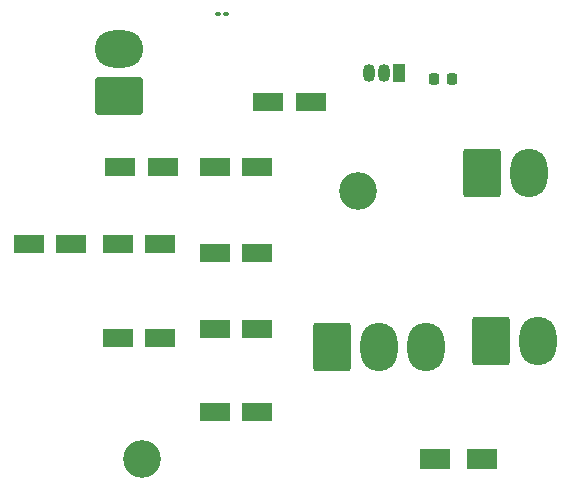
<source format=gbr>
%TF.GenerationSoftware,KiCad,Pcbnew,8.0.5*%
%TF.CreationDate,2024-10-05T15:02:32-05:00*%
%TF.ProjectId,HornsBoard,486f726e-7342-46f6-9172-642e6b696361,0.0*%
%TF.SameCoordinates,Original*%
%TF.FileFunction,Soldermask,Top*%
%TF.FilePolarity,Negative*%
%FSLAX46Y46*%
G04 Gerber Fmt 4.6, Leading zero omitted, Abs format (unit mm)*
G04 Created by KiCad (PCBNEW 8.0.5) date 2024-10-05 15:02:32*
%MOMM*%
%LPD*%
G01*
G04 APERTURE LIST*
G04 Aperture macros list*
%AMRoundRect*
0 Rectangle with rounded corners*
0 $1 Rounding radius*
0 $2 $3 $4 $5 $6 $7 $8 $9 X,Y pos of 4 corners*
0 Add a 4 corners polygon primitive as box body*
4,1,4,$2,$3,$4,$5,$6,$7,$8,$9,$2,$3,0*
0 Add four circle primitives for the rounded corners*
1,1,$1+$1,$2,$3*
1,1,$1+$1,$4,$5*
1,1,$1+$1,$6,$7*
1,1,$1+$1,$8,$9*
0 Add four rect primitives between the rounded corners*
20,1,$1+$1,$2,$3,$4,$5,0*
20,1,$1+$1,$4,$5,$6,$7,0*
20,1,$1+$1,$6,$7,$8,$9,0*
20,1,$1+$1,$8,$9,$2,$3,0*%
G04 Aperture macros list end*
%ADD10RoundRect,0.250000X-1.330000X-1.800000X1.330000X-1.800000X1.330000X1.800000X-1.330000X1.800000X0*%
%ADD11O,3.160000X4.100000*%
%ADD12RoundRect,0.100000X-0.130000X-0.100000X0.130000X-0.100000X0.130000X0.100000X-0.130000X0.100000X0*%
%ADD13R,1.050000X1.500000*%
%ADD14O,1.050000X1.500000*%
%ADD15RoundRect,0.250000X1.800000X-1.330000X1.800000X1.330000X-1.800000X1.330000X-1.800000X-1.330000X0*%
%ADD16O,4.100000X3.160000*%
%ADD17RoundRect,0.250000X-1.050000X-0.550000X1.050000X-0.550000X1.050000X0.550000X-1.050000X0.550000X0*%
%ADD18C,3.200000*%
%ADD19RoundRect,0.218750X-0.218750X-0.256250X0.218750X-0.256250X0.218750X0.256250X-0.218750X0.256250X0*%
%ADD20R,2.500000X1.800000*%
G04 APERTURE END LIST*
D10*
%TO.C,J4*%
X168250000Y-95000000D03*
D11*
X172210000Y-95000000D03*
%TD*%
D12*
%TO.C,R1*%
X145930000Y-81500000D03*
X146570000Y-81500000D03*
%TD*%
D13*
%TO.C,Q1*%
X161250000Y-86500000D03*
D14*
X159980000Y-86500000D03*
X158710000Y-86500000D03*
%TD*%
D15*
%TO.C,J2*%
X137500000Y-88500000D03*
D16*
X137500000Y-84540000D03*
%TD*%
D17*
%TO.C,C1*%
X150150000Y-89000000D03*
X153750000Y-89000000D03*
%TD*%
D10*
%TO.C,J3*%
X169040000Y-109250000D03*
D11*
X173000000Y-109250000D03*
%TD*%
D17*
%TO.C,C2*%
X145650000Y-101750000D03*
X149250000Y-101750000D03*
%TD*%
%TO.C,C9*%
X145650000Y-94500000D03*
X149250000Y-94500000D03*
%TD*%
D18*
%TO.C,REF\u002A\u002A*%
X139500000Y-119250000D03*
%TD*%
D19*
%TO.C,F1*%
X164175000Y-87000000D03*
X165750000Y-87000000D03*
%TD*%
D20*
%TO.C,D1*%
X164250000Y-119250000D03*
X168250000Y-119250000D03*
%TD*%
D10*
%TO.C,J1*%
X155580000Y-109750000D03*
D11*
X159540000Y-109750000D03*
X163500000Y-109750000D03*
%TD*%
D17*
%TO.C,C5*%
X137400000Y-101000000D03*
X141000000Y-101000000D03*
%TD*%
%TO.C,C8*%
X137650000Y-94500000D03*
X141250000Y-94500000D03*
%TD*%
%TO.C,C7*%
X129900000Y-101000000D03*
X133500000Y-101000000D03*
%TD*%
%TO.C,C4*%
X145650000Y-115250000D03*
X149250000Y-115250000D03*
%TD*%
%TO.C,C6*%
X137400000Y-109000000D03*
X141000000Y-109000000D03*
%TD*%
D18*
%TO.C,REF\u002A\u002A*%
X157750000Y-96500000D03*
%TD*%
D17*
%TO.C,C3*%
X145650000Y-108250000D03*
X149250000Y-108250000D03*
%TD*%
M02*

</source>
